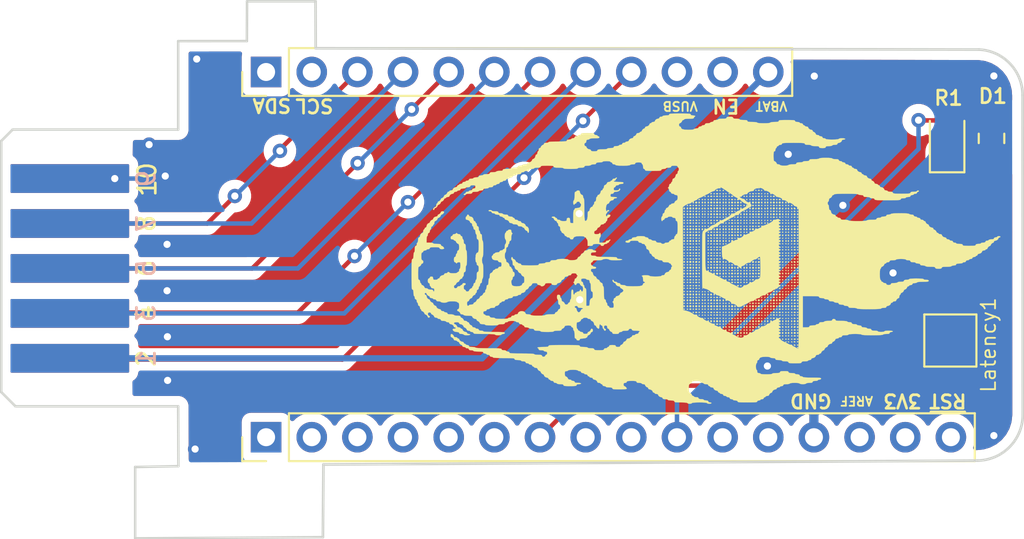
<source format=kicad_pcb>
(kicad_pcb (version 20171130) (host pcbnew "(5.1.9)-1")
  (layers (0 F.Cu signal) (31 B.Cu signal) (34 B.Paste user hide) (35 F.Paste user) (36 B.SilkS user) (37 F.SilkS user hide) (38 B.Mask user) (39 F.Mask user) (44 Edge.Cuts user))
  (net 0 "")
  (net 1 GND)
  (net 2 "Net-(D1-Pad2)")
  (net 3 VBAT)
  (net 4 D1)
  (net 5 D2)
  (net 6 D3)
  (net 7 TH)
  (net 8 TL)
  (net 9 TR)
  (net 10 D0)
  (net 11 BatLED)
  (net 12 Latency)
  (module SX_LOG_TEST:SEGATA_GNJ2_fsilk.kicad_700_mod (layer F.Cu) (at 60.35 28.99 270)
    (fp_text reference G*** hide)
    (fp_text value LOGO hide)
  )
  (module TestPoint:TestPoint_Pad_2.5x2.5mm (layer F.Cu) (at 74.58 33.71 90)
    (fp_text reference Latency1 (at -0.25 2.12 90) (layer F.SilkS) (effects (font (size 0.8 0.8) (thickness 0.1))))
    (fp_text value Latency hide)
    (pad 1 smd rect (at 0 0 90) (size 2.5 2.5) (layers F.Cu F.Mask) (net 12 Latency))
  )
  (module Wickerlib:Saturn_Controller_Pinout_2 (layer B.Cu) (at 29.84 34.95 90)
    (fp_text reference U1 hide)
    (fp_text value Saturn_3D_Pinout)
    (fp_text user 1 (at 0.25 0 270) (layer B.SilkS) (effects (justify mirror)))
    (fp_text user 3 (at 2.75 0 270) (layer B.SilkS) (effects (justify mirror)))
    (fp_text user 5 (at 5.25 0 270) (layer B.SilkS) (effects (justify mirror)))
    (fp_text user 7 (at 7.75 0 270) (layer B.SilkS) (effects (justify mirror)))
    (fp_text user 9 (at 10.25 0 270) (layer B.SilkS) (effects (justify mirror)))
    (fp_text user 2 (at 0.25 0 270) (layer F.SilkS))
    (fp_text user 4 (at 2.75 0 270) (layer F.SilkS))
    (fp_text user 6 (at 5.25 0 270) (layer F.SilkS))
    (fp_text user 8 (at 7.75 0 270) (layer F.SilkS))
    (fp_text user 10 (at 10.2 0.05 270) (layer F.SilkS))
    (pad 9 smd custom (at 10.25 -1.75 90) (size 1.524 1.524) (layers B.Cu B.Paste B.Mask) (net 1 GND) (options (clearance outline) (anchor circle)) (primitives (gr_poly (pts (xy 0.75 -5.75) (xy -0.75 -5.75) (xy -0.75 0.75) (xy 0.75 0.75)) (width 0.1))))
    (pad 7 smd custom (at 7.75 -1.75 90) (size 1.524 1.524) (layers B.Cu B.Paste B.Mask) (net 6 D3) (options (clearance outline) (anchor circle)) (primitives (gr_poly (pts (xy 0.75 -5.75) (xy -0.75 -5.75) (xy -0.75 0.75) (xy 0.75 0.75)) (width 0.1))))
    (pad 5 smd custom (at 5.25 -1.75 90) (size 1.524 1.524) (layers B.Cu B.Paste B.Mask) (net 9 TR) (options (clearance outline) (anchor circle)) (primitives (gr_poly (pts (xy 0.75 -5.75) (xy -0.75 -5.75) (xy -0.75 0.75) (xy 0.75 0.75)) (width 0.1))))
    (pad 3 smd custom (at 2.75 -1.75 90) (size 1.524 1.524) (layers B.Cu B.Paste B.Mask) (net 10 D0) (options (clearance outline) (anchor circle)) (primitives (gr_poly (pts (xy 0.75 -5.75) (xy -0.75 -5.75) (xy -0.75 0.75) (xy 0.75 0.75)) (width 0.1))))
    (pad 1 smd custom (at 0.25 -1.75 90) (size 1.524 1.524) (layers B.Cu B.Paste B.Mask) (net 3 VBAT) (options (clearance outline) (anchor circle)) (primitives (gr_poly (pts (xy 0.75 -5.75) (xy -0.75 -5.75) (xy -0.75 0.75) (xy 0.75 0.75)) (width 0.1))))
    (pad 2 smd custom (at 0.25 -1.75 90) (size 1.524 1.524) (layers F.Cu F.Paste F.Mask) (net 4 D1) (options (clearance outline) (anchor circle)) (primitives (gr_poly (pts (xy 0.75 -5.75) (xy -0.75 -5.75) (xy -0.75 0.75) (xy 0.75 0.75)) (width 0.1))))
    (pad 4 smd custom (at 2.75 -1.75 90) (size 1.524 1.524) (layers F.Cu F.Paste F.Mask) (net 7 TH) (options (clearance outline) (anchor circle)) (primitives (gr_poly (pts (xy 0.75 -5.75) (xy -0.75 -5.75) (xy -0.75 0.75) (xy 0.75 0.75)) (width 0.1))))
    (pad 6 smd custom (at 5.25 -1.75 90) (size 1.524 1.524) (layers F.Cu F.Paste F.Mask) (net 8 TL) (options (clearance outline) (anchor circle)) (primitives (gr_poly (pts (xy 0.75 -5.75) (xy -0.75 -5.75) (xy -0.75 0.75) (xy 0.75 0.75)) (width 0.1))))
    (pad 8 smd custom (at 7.75 -1.75 90) (size 1.524 1.524) (layers F.Cu F.Paste F.Mask) (net 5 D2) (options (clearance outline) (anchor circle)) (primitives (gr_poly (pts (xy 0.75 -5.75) (xy -0.75 -5.75) (xy -0.75 0.75) (xy 0.75 0.75)) (width 0.1))))
    (pad 10 smd custom (at 10.25 -1.75 90) (size 1.524 1.524) (layers F.Cu F.Paste F.Mask) (net 1 GND) (options (clearance outline) (anchor circle)) (primitives (gr_poly (pts (xy 0.75 -5.75) (xy -0.75 -5.75) (xy -0.75 0.75) (xy 0.75 0.75)) (width 0.1))))
  )
  (module LED_SMD:LED_0805_2012Metric_Pad1.15x1.40mm_HandSolder (layer F.Cu) (at 74.4 22.49 90)
    (fp_text reference R1 (at 2.27 0.075 180) (layer F.SilkS) (effects (font (size 0.8 0.8))))
    (fp_text value R_Small hide)
    (pad 2 smd roundrect (at 1.025 0 90) (size 1.15 1.4) (layers F.Cu F.Paste F.Mask) (roundrect_rratio 0.217391) (net 11 BatLED))
    (pad 1 smd roundrect (at -1.025 0 90) (size 1.15 1.4) (layers F.Cu F.Paste F.Mask) (roundrect_rratio 0.217391) (net 2 "Net-(D1-Pad2)"))
  )
  (module Resistor_SMD:R_0805_2012Metric_Pad1.15x1.40mm_HandSolder (layer F.Cu) (at 76.87 22.465 270)
    (fp_text reference D1 (at -2.35 -0.07 180) (layer F.SilkS) (effects (font (size 0.8 0.8))))
    (fp_text value LED_Small hide)
    (pad 2 smd roundrect (at 1.025 0 270) (size 1.15 1.4) (layers F.Cu F.Paste F.Mask) (roundrect_rratio 0.217391) (net 2 "Net-(D1-Pad2)"))
    (pad 1 smd roundrect (at -1.025 0 270) (size 1.15 1.4) (layers F.Cu F.Paste F.Mask) (roundrect_rratio 0.217391) (net 1 GND))
  )
  (module Connector_PinHeader_2.54mm:PinHeader_1x16_P2.54mm_Vertical (layer F.Cu) (at 36.51 39.09 90)
    (fp_text reference J1 hide)
    (fp_text value "feather long" hide)
    (pad 16 thru_hole oval (at 0 38.1 90) (size 1.7 1.7) (drill 1) (layers *.Cu *.Mask))
    (pad 15 thru_hole oval (at 0 35.56 90) (size 1.7 1.7) (drill 1) (layers *.Cu *.Mask))
    (pad 14 thru_hole oval (at 0 33.02 90) (size 1.7 1.7) (drill 1) (layers *.Cu *.Mask))
    (pad 13 thru_hole oval (at 0 30.48 90) (size 1.7 1.7) (drill 1) (layers *.Cu *.Mask) (net 1 GND))
    (pad 12 thru_hole oval (at 0 27.94 90) (size 1.7 1.7) (drill 1) (layers *.Cu *.Mask))
    (pad 11 thru_hole oval (at 0 25.4 90) (size 1.7 1.7) (drill 1) (layers *.Cu *.Mask))
    (pad 10 thru_hole oval (at 0 22.86 90) (size 1.7 1.7) (drill 1) (layers *.Cu *.Mask) (net 11 BatLED))
    (pad 9 thru_hole oval (at 0 20.32 90) (size 1.7 1.7) (drill 1) (layers *.Cu *.Mask))
    (pad 8 thru_hole oval (at 0 17.78 90) (size 1.7 1.7) (drill 1) (layers *.Cu *.Mask))
    (pad 7 thru_hole oval (at 0 15.24 90) (size 1.7 1.7) (drill 1) (layers *.Cu *.Mask) (net 12 Latency))
    (pad 6 thru_hole oval (at 0 12.7 90) (size 1.7 1.7) (drill 1) (layers *.Cu *.Mask))
    (pad 5 thru_hole oval (at 0 10.16 90) (size 1.7 1.7) (drill 1) (layers *.Cu *.Mask))
    (pad 4 thru_hole oval (at 0 7.62 90) (size 1.7 1.7) (drill 1) (layers *.Cu *.Mask))
    (pad 3 thru_hole oval (at 0 5.08 90) (size 1.7 1.7) (drill 1) (layers *.Cu *.Mask))
    (pad 2 thru_hole oval (at 0 2.54 90) (size 1.7 1.7) (drill 1) (layers *.Cu *.Mask))
    (pad 1 thru_hole rect (at 0 0 90) (size 1.7 1.7) (drill 1) (layers *.Cu *.Mask))
  )
  (module Connector_PinHeader_2.54mm:PinHeader_1x12_P2.54mm_Vertical (layer F.Cu) (at 36.51 18.77 90)
    (fp_text reference J2 hide)
    (fp_text value "feather short" hide)
    (pad 12 thru_hole oval (at 0 27.94 90) (size 1.7 1.7) (drill 1) (layers *.Cu *.Mask) (net 3 VBAT))
    (pad 11 thru_hole oval (at 0 25.4 90) (size 1.7 1.7) (drill 1) (layers *.Cu *.Mask))
    (pad 10 thru_hole oval (at 0 22.86 90) (size 1.7 1.7) (drill 1) (layers *.Cu *.Mask))
    (pad 9 thru_hole oval (at 0 20.32 90) (size 1.7 1.7) (drill 1) (layers *.Cu *.Mask) (net 4 D1))
    (pad 8 thru_hole oval (at 0 17.78 90) (size 1.7 1.7) (drill 1) (layers *.Cu *.Mask) (net 10 D0))
    (pad 7 thru_hole oval (at 0 15.24 90) (size 1.7 1.7) (drill 1) (layers *.Cu *.Mask) (net 7 TH))
    (pad 6 thru_hole oval (at 0 12.7 90) (size 1.7 1.7) (drill 1) (layers *.Cu *.Mask) (net 9 TR))
    (pad 5 thru_hole oval (at 0 10.16 90) (size 1.7 1.7) (drill 1) (layers *.Cu *.Mask) (net 8 TL))
    (pad 4 thru_hole oval (at 0 7.62 90) (size 1.7 1.7) (drill 1) (layers *.Cu *.Mask) (net 6 D3))
    (pad 3 thru_hole oval (at 0 5.08 90) (size 1.7 1.7) (drill 1) (layers *.Cu *.Mask) (net 5 D2))
    (pad 2 thru_hole oval (at 0 2.54 90) (size 1.7 1.7) (drill 1) (layers *.Cu *.Mask))
    (pad 1 thru_hole rect (at 0 0 90) (size 1.7 1.7) (drill 1) (layers *.Cu *.Mask))
  )
  (gr_line (start 29.22501 40.74873) (end 31.63 40.7) (layer Edge.Cuts) (width 0.14))
  (gr_line (start 78.61 37.88) (end 78.6 20.06) (layer Edge.Cuts) (width 0.15))
  (gr_line (start 76.1 40.39) (end 39.7 40.61) (layer Edge.Cuts) (width 0.15))
  (gr_line (start 76.174882 17.522599) (end 39.27 17.45) (layer Edge.Cuts) (width 0.15))
  (gr_line (start 39.67 44.65) (end 39.7 40.61) (layer Edge.Cuts) (width 0.15))
  (gr_line (start 39.26 14.84) (end 39.27 17.45) (layer Edge.Cuts) (width 0.15))
  (gr_text VUSB (at 59.55 20.665 180) (layer F.SilkS) (effects (font (size 0.5 0.5) (thickness 0.1))))
  (gr_text VBAT (at 64.63 20.665 180) (layer F.SilkS) (effects (font (size 0.5 0.5) (thickness 0.1))))
  (gr_text EN (at 62.09 20.665 180) (layer F.SilkS) (effects (font (size 0.75 0.75))))
  (gr_text SCL (at 39.2 20.65 180) (layer F.SilkS) (effects (font (size 0.75 0.75))))
  (gr_text SDA (at 36.83 20.63 180) (layer F.SilkS) (effects (font (size 0.75 0.75))))
  (gr_text GND (at 66.82 37.065 180) (layer F.SilkS) (effects (font (size 0.75 0.75))))
  (gr_text AREF (at 69.36 37.065 180) (layer F.SilkS) (effects (font (size 0.5 0.5) (thickness 0.1))))
  (gr_text 3V3 (at 71.9 37.065 180) (layer F.SilkS) (effects (font (size 0.75 0.75))))
  (gr_text ~RST (at 74.44 37.065 180) (layer F.SilkS) (effects (font (size 0.75 0.75))))
  (gr_arc (start 76.06 20.06) (end 78.6 20.06) (angle -87.4076701) (layer Edge.Cuts) (width 0.15))
  (gr_arc (start 76.06 37.84) (end 76.1 40.39) (angle -88.19908284) (layer Edge.Cuts) (width 0.15))
  (gr_line (start 35.45 14.84) (end 39.26 14.84) (layer Edge.Cuts) (width 0.14))
  (gr_line (start 35.45 14.84) (end 35.44 17.05) (layer Edge.Cuts) (width 0.14))
  (gr_line (start 35.44 17.05) (end 31.61745 17.05245) (layer Edge.Cuts) (width 0.14))
  (gr_line (start 31.61745 17.05245) (end 31.61745 21.97373) (layer Edge.Cuts) (width 0.14))
  (gr_line (start 31.61745 21.97373) (end 22.41001 21.97373) (layer Edge.Cuts) (width 0.14))
  (gr_line (start 22.41001 21.97373) (end 21.77501 22.60873) (layer Edge.Cuts) (width 0.14))
  (gr_line (start 21.77501 22.60873) (end 21.77501 27.84745) (layer Edge.Cuts) (width 0.14))
  (gr_line (start 21.77501 27.84745) (end 21.77501 31.81623) (layer Edge.Cuts) (width 0.14))
  (gr_line (start 21.77501 31.81623) (end 21.77501 36.57873) (layer Edge.Cuts) (width 0.14))
  (gr_line (start 21.77501 36.57873) (end 22.56873 37.37245) (layer Edge.Cuts) (width 0.14))
  (gr_line (start 22.56873 37.37245) (end 31.61745 37.37245) (layer Edge.Cuts) (width 0.14))
  (gr_line (start 31.61745 37.37245) (end 31.63 40.7) (layer Edge.Cuts) (width 0.14))
  (gr_line (start 29.22501 40.74873) (end 29.22501 44.71745) (layer Edge.Cuts) (width 0.14))
  (gr_line (start 29.22501 44.71745) (end 39.67 44.65) (layer Edge.Cuts) (width 0.14))
  (via (at 53.96 31.44) (size 0.8) (drill 0.4) (layers F.Cu B.Cu) (net 1))
  (via (at 53.93 26.65) (size 0.8) (drill 0.4) (layers F.Cu B.Cu) (net 1))
  (via (at 31.03 35.93) (size 0.8) (drill 0.4) (layers F.Cu B.Cu) (net 1))
  (via (at 30.9 24.56) (size 0.8) (drill 0.4) (layers F.Cu B.Cu) (net 1))
  (via (at 32.65 18.05) (size 0.8) (drill 0.4) (layers F.Cu B.Cu) (net 1))
  (via (at 30 22.81) (size 0.8) (drill 0.4) (layers F.Cu B.Cu) (net 1))
  (via (at 32.56 39.75) (size 0.8) (drill 0.4) (layers F.Cu B.Cu) (net 1))
  (segment (start 30.76 24.7) (end 30.9 24.56) (width 0.25) (layer B.Cu) (net 1))
  (segment (start 28.09 24.7) (end 28.09 24.7) (width 0.25) (layer B.Cu) (net 1))
  (via (at 67.01 19) (size 0.8) (drill 0.4) (layers F.Cu B.Cu) (net 1))
  (via (at 65.56 23.35) (size 0.8) (drill 0.4) (layers F.Cu B.Cu) (net 1))
  (via (at 68.6 26.19) (size 0.8) (drill 0.4) (layers F.Cu B.Cu) (net 1))
  (via (at 71.39 29.95) (size 0.8) (drill 0.4) (layers F.Cu B.Cu) (net 1))
  (via (at 64.4 35.13) (size 0.8) (drill 0.4) (layers F.Cu B.Cu) (net 1))
  (via (at 77 18.99) (size 0.8) (drill 0.4) (layers F.Cu B.Cu) (net 1))
  (via (at 77 39) (size 0.8) (drill 0.4) (layers F.Cu B.Cu) (net 1))
  (segment (start 28.09 24.7) (end 30.76 24.7) (width 0.25) (layer B.Cu) (net 1))
  (via (at 28.09 24.7) (size 0.8) (drill 0.4) (layers F.Cu B.Cu) (net 1))
  (via (at 31 28.36) (size 0.8) (drill 0.4) (layers F.Cu B.Cu) (net 1))
  (via (at 31 30.94) (size 0.8) (drill 0.4) (layers F.Cu B.Cu) (net 1))
  (via (at 31.02 33.5) (size 0.8) (drill 0.4) (layers F.Cu B.Cu) (net 1))
  (segment (start 76.795 23.515) (end 76.87 23.44) (width 0.25) (layer F.Cu) (net 2))
  (segment (start 74.4 23.515) (end 76.795 23.515) (width 0.25) (layer F.Cu) (net 2))
  (segment (start 48.52 34.7) (end 28.09 34.7) (width 0.35) (layer B.Cu) (net 3))
  (segment (start 64.45 18.77) (end 48.52 34.7) (width 0.35) (layer B.Cu) (net 3))
  (via (at 54.14 21.49) (size 0.8) (drill 0.4) (layers F.Cu B.Cu) (net 4))
  (segment (start 54.14 21.46) (end 54.14 21.49) (width 0.25) (layer F.Cu) (net 4))
  (segment (start 56.83 18.77) (end 54.14 21.46) (width 0.25) (layer F.Cu) (net 4))
  (via (at 50.86 24.66) (size 0.8) (drill 0.4) (layers F.Cu B.Cu) (net 4))
  (segment (start 50.97 24.66) (end 50.86 24.66) (width 0.25) (layer B.Cu) (net 4))
  (segment (start 54.14 21.49) (end 50.97 24.66) (width 0.25) (layer B.Cu) (net 4))
  (segment (start 50.86 24.66) (end 40.75 34.77) (width 0.25) (layer F.Cu) (net 4))
  (segment (start 28.16 34.77) (end 28.09 34.7) (width 0.25) (layer F.Cu) (net 4))
  (segment (start 40.75 34.77) (end 28.16 34.77) (width 0.25) (layer F.Cu) (net 4))
  (via (at 37.28 23.16) (size 0.8) (drill 0.4) (layers F.Cu B.Cu) (net 5))
  (segment (start 37.28 23.08) (end 37.28 23.16) (width 0.25) (layer F.Cu) (net 5))
  (segment (start 41.59 18.77) (end 37.28 23.08) (width 0.25) (layer F.Cu) (net 5))
  (via (at 34.77 25.67) (size 0.8) (drill 0.4) (layers F.Cu B.Cu) (net 5))
  (segment (start 37.28 23.16) (end 34.77 25.67) (width 0.25) (layer B.Cu) (net 5))
  (segment (start 33.24 27.2) (end 28.09 27.2) (width 0.25) (layer F.Cu) (net 5))
  (segment (start 34.77 25.67) (end 33.24 27.2) (width 0.25) (layer F.Cu) (net 5))
  (segment (start 35.7 27.2) (end 44.13 18.77) (width 0.25) (layer B.Cu) (net 6))
  (segment (start 28.09 27.2) (end 35.7 27.2) (width 0.25) (layer B.Cu) (net 6))
  (segment (start 44.51 26.01) (end 44.4 26.01) (width 0.25) (layer F.Cu) (net 7))
  (via (at 44.4 26.01) (size 0.8) (drill 0.4) (layers F.Cu B.Cu) (net 7))
  (segment (start 51.75 18.77) (end 44.51 26.01) (width 0.25) (layer F.Cu) (net 7))
  (via (at 41.43 29.01) (size 0.8) (drill 0.4) (layers F.Cu B.Cu) (net 7))
  (segment (start 41.43 28.98) (end 41.43 29.01) (width 0.25) (layer B.Cu) (net 7))
  (segment (start 44.4 26.01) (end 41.43 28.98) (width 0.25) (layer B.Cu) (net 7))
  (segment (start 41.43 29.01) (end 38.28 32.16) (width 0.25) (layer F.Cu) (net 7))
  (segment (start 28.13 32.16) (end 28.09 32.2) (width 0.25) (layer F.Cu) (net 7))
  (segment (start 38.28 32.16) (end 28.13 32.16) (width 0.25) (layer F.Cu) (net 7))
  (via (at 44.61 20.85) (size 0.8) (drill 0.4) (layers F.Cu B.Cu) (net 8))
  (segment (start 44.61 20.83) (end 44.61 20.85) (width 0.25) (layer F.Cu) (net 8))
  (segment (start 46.67 18.77) (end 44.61 20.83) (width 0.25) (layer F.Cu) (net 8))
  (via (at 41.6 23.84) (size 0.8) (drill 0.4) (layers F.Cu B.Cu) (net 8))
  (segment (start 41.62 23.84) (end 41.6 23.84) (width 0.25) (layer B.Cu) (net 8))
  (segment (start 44.61 20.85) (end 41.62 23.84) (width 0.25) (layer B.Cu) (net 8))
  (segment (start 35.74 29.7) (end 28.09 29.7) (width 0.25) (layer F.Cu) (net 8))
  (segment (start 41.6 23.84) (end 35.74 29.7) (width 0.25) (layer F.Cu) (net 8))
  (segment (start 49.21 18.77) (end 38.28 29.7) (width 0.25) (layer B.Cu) (net 9))
  (segment (start 38.28 29.7) (end 28.09 29.7) (width 0.25) (layer B.Cu) (net 9))
  (segment (start 54.29 18.77) (end 40.86 32.2) (width 0.25) (layer B.Cu) (net 10))
  (segment (start 40.86 32.2) (end 28.09 32.2) (width 0.25) (layer B.Cu) (net 10))
  (via (at 72.81 21.45) (size 0.8) (drill 0.4) (layers F.Cu B.Cu) (net 11))
  (segment (start 72.825 21.465) (end 72.81 21.45) (width 0.25) (layer F.Cu) (net 11))
  (segment (start 74.4 21.465) (end 72.825 21.465) (width 0.25) (layer F.Cu) (net 11))
  (segment (start 59.37 36.493002) (end 59.37 39.09) (width 0.25) (layer B.Cu) (net 11))
  (segment (start 72.81 23.053002) (end 59.37 36.493002) (width 0.25) (layer B.Cu) (net 11))
  (segment (start 72.81 21.45) (end 72.81 23.053002) (width 0.25) (layer B.Cu) (net 11))
  (segment (start 74.58 33.71) (end 67.09 33.71) (width 0.25) (layer F.Cu) (net 12))
  (segment (start 67.09 33.71) (end 64.58 36.22) (width 0.25) (layer F.Cu) (net 12))
  (segment (start 54.62 36.22) (end 51.75 39.09) (width 0.25) (layer F.Cu) (net 12))
  (segment (start 64.58 36.22) (end 54.62 36.22) (width 0.25) (layer F.Cu) (net 12))
  (zone (net 0) (net_name "") (layers F&B.Cu) (connect_pads (clearance 0.508)) (min_thickness 0.254)
    (keepout (tracks allowed) (vias allowed) (copperpour not_allowed))
    (fill (arc_segments 32) (thermal_gap 0.508) (thermal_bridge_width 0.508))
    (polygon (pts (xy 21.816355 21.966086) (xy 21.78 37.36) (xy 29.08 37.366086) (xy 29.003512 21.906086)))
  )
  (zone (net 1) (net_name GND) (layer F.Cu) (connect_pads (clearance 0.508)) (min_thickness 0.254) (fill yes (arc_segments 32) (thermal_gap 0.508) (thermal_bridge_width 0.508))
    (polygon (pts (xy 31.574252 37.182015) (xy 28.864252 37.122015) (xy 29.114252 21.952015) (xy 29.074252 21.772015) (xy 31.634252 21.772015) (xy 31.534252 16.922015) (xy 78.7 17.27) (xy 78.63 21.012015) (xy 78.61 40.302015) (xy 63.534252 40.242015) (xy 63.534252 40.302015) (xy 31.574252 40.422015)))
  )
  (zone (net 1) (net_name GND) (layer B.Cu) (connect_pads (clearance 0.508)) (min_thickness 0.254) (fill yes (arc_segments 32) (thermal_gap 0.508) (thermal_bridge_width 0.508))
    (polygon (pts (xy 31.57 37.25) (xy 28.86 37.19) (xy 29.11 22.02) (xy 29.07 21.84) (xy 31.63 21.84) (xy 31.53 16.99) (xy 78.59 17.27) (xy 78.59 40.32) (xy 63.54 40.34) (xy 63.53 40.31) (xy 63.53 40.37) (xy 31.57 40.49)))
  )
)
</source>
